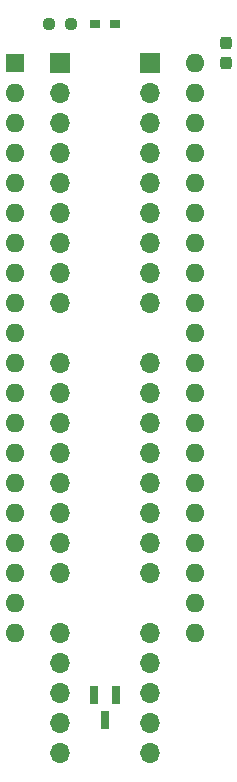
<source format=gbr>
G04 #@! TF.GenerationSoftware,KiCad,Pcbnew,8.0.4+dfsg-1*
G04 #@! TF.CreationDate,2025-03-02T14:27:27+09:00*
G04 #@! TF.ProjectId,bionic-nsc800,62696f6e-6963-42d6-9e73-633830302e6b,4*
G04 #@! TF.SameCoordinates,Original*
G04 #@! TF.FileFunction,Soldermask,Top*
G04 #@! TF.FilePolarity,Negative*
%FSLAX46Y46*%
G04 Gerber Fmt 4.6, Leading zero omitted, Abs format (unit mm)*
G04 Created by KiCad (PCBNEW 8.0.4+dfsg-1) date 2025-03-02 14:27:27*
%MOMM*%
%LPD*%
G01*
G04 APERTURE LIST*
G04 Aperture macros list*
%AMRoundRect*
0 Rectangle with rounded corners*
0 $1 Rounding radius*
0 $2 $3 $4 $5 $6 $7 $8 $9 X,Y pos of 4 corners*
0 Add a 4 corners polygon primitive as box body*
4,1,4,$2,$3,$4,$5,$6,$7,$8,$9,$2,$3,0*
0 Add four circle primitives for the rounded corners*
1,1,$1+$1,$2,$3*
1,1,$1+$1,$4,$5*
1,1,$1+$1,$6,$7*
1,1,$1+$1,$8,$9*
0 Add four rect primitives between the rounded corners*
20,1,$1+$1,$2,$3,$4,$5,0*
20,1,$1+$1,$4,$5,$6,$7,0*
20,1,$1+$1,$6,$7,$8,$9,0*
20,1,$1+$1,$8,$9,$2,$3,0*%
G04 Aperture macros list end*
%ADD10O,1.700000X1.700000*%
%ADD11R,1.700000X1.700000*%
%ADD12R,0.660400X1.625600*%
%ADD13RoundRect,0.237500X0.250000X0.237500X-0.250000X0.237500X-0.250000X-0.237500X0.250000X-0.237500X0*%
%ADD14R,0.965200X0.762000*%
%ADD15R,1.600000X1.600000*%
%ADD16O,1.600000X1.600000*%
%ADD17RoundRect,0.237500X0.237500X-0.300000X0.237500X0.300000X-0.237500X0.300000X-0.237500X-0.300000X0*%
G04 APERTURE END LIST*
D10*
X117510000Y-133500000D03*
X117510000Y-130960000D03*
X117510000Y-128420000D03*
X117510000Y-125880000D03*
X117510000Y-123340000D03*
X117510000Y-118260000D03*
X117510000Y-115720000D03*
X117510000Y-113180000D03*
X117510000Y-110640000D03*
X117510000Y-108100000D03*
X117510000Y-105560000D03*
X117510000Y-103020000D03*
X117510000Y-100480000D03*
X117510000Y-95400000D03*
X117510000Y-92860000D03*
X117510000Y-90320000D03*
X117510000Y-87780000D03*
X117510000Y-85240000D03*
X117510000Y-82700000D03*
X117510000Y-80160000D03*
X117510000Y-77620000D03*
D11*
X117510000Y-75080000D03*
X109890000Y-75080000D03*
D10*
X109890000Y-77620000D03*
X109890000Y-80160000D03*
X109890000Y-82700000D03*
X109890000Y-85240000D03*
X109890000Y-87780000D03*
X109890000Y-90320000D03*
X109890000Y-92860000D03*
X109890000Y-95400000D03*
X109890000Y-100480000D03*
X109890000Y-103020000D03*
X109890000Y-105560000D03*
X109890000Y-108100000D03*
X109890000Y-110640000D03*
X109890000Y-113180000D03*
X109890000Y-115720000D03*
X109890000Y-118260000D03*
X109890000Y-123340000D03*
X109890000Y-125880000D03*
X109890000Y-128420000D03*
X109890000Y-130960000D03*
X109890000Y-133500000D03*
D12*
X114650001Y-128574000D03*
X112749999Y-128574000D03*
X113700000Y-130706000D03*
D13*
X110802500Y-71778000D03*
X108977500Y-71778000D03*
D14*
X112823700Y-71778000D03*
X114576300Y-71778000D03*
D15*
X106080000Y-75080000D03*
D16*
X106080000Y-77620000D03*
X106080000Y-80160000D03*
X106080000Y-82700000D03*
X106080000Y-85240000D03*
X106080000Y-87780000D03*
X106080000Y-90320000D03*
X106080000Y-92860000D03*
X106080000Y-95400000D03*
X106080000Y-97940000D03*
X106080000Y-100480000D03*
X106080000Y-103020000D03*
X106080000Y-105560000D03*
X106080000Y-108100000D03*
X106080000Y-110640000D03*
X106080000Y-113180000D03*
X106080000Y-115720000D03*
X106080000Y-118260000D03*
X106080000Y-120800000D03*
X106080000Y-123340000D03*
X121320000Y-123340000D03*
X121320000Y-120800000D03*
X121320000Y-118260000D03*
X121320000Y-115720000D03*
X121320000Y-113180000D03*
X121320000Y-110640000D03*
X121320000Y-108100000D03*
X121320000Y-105560000D03*
X121320000Y-103020000D03*
X121320000Y-100480000D03*
X121320000Y-97940000D03*
X121320000Y-95400000D03*
X121320000Y-92860000D03*
X121320000Y-90320000D03*
X121320000Y-87780000D03*
X121320000Y-85240000D03*
X121320000Y-82700000D03*
X121320000Y-80160000D03*
X121320000Y-77620000D03*
X121320000Y-75080000D03*
D17*
X123910800Y-75078900D03*
X123910800Y-73353900D03*
M02*

</source>
